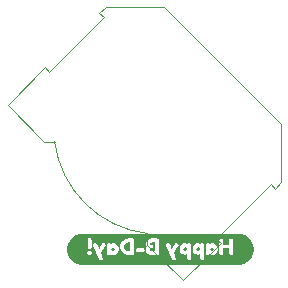
<source format=gbr>
%TF.GenerationSoftware,KiCad,Pcbnew,(6.0.9)*%
%TF.CreationDate,2022-11-12T13:39:38-06:00*%
%TF.ProjectId,ZoeBirthdayRing,5a6f6542-6972-4746-9864-617952696e67,rev?*%
%TF.SameCoordinates,Original*%
%TF.FileFunction,Legend,Bot*%
%TF.FilePolarity,Positive*%
%FSLAX46Y46*%
G04 Gerber Fmt 4.6, Leading zero omitted, Abs format (unit mm)*
G04 Created by KiCad (PCBNEW (6.0.9)) date 2022-11-12 13:39:38*
%MOMM*%
%LPD*%
G01*
G04 APERTURE LIST*
%ADD10C,0.120000*%
G04 APERTURE END LIST*
%TO.C,kibuzzard-636FCE78*%
G36*
X151395469Y-103417284D02*
G01*
X151266977Y-103398224D01*
X151140973Y-103366661D01*
X151018668Y-103322900D01*
X150901242Y-103267362D01*
X150789825Y-103200581D01*
X150685491Y-103123201D01*
X150589243Y-103035967D01*
X150502009Y-102939719D01*
X150424629Y-102835385D01*
X150357848Y-102723968D01*
X150302310Y-102606542D01*
X150258549Y-102484237D01*
X150238412Y-102403847D01*
X151922085Y-102403847D01*
X151924942Y-102471475D01*
X151943040Y-102523863D01*
X151994713Y-102565296D01*
X152088772Y-102579108D01*
X152184499Y-102569821D01*
X152241172Y-102541960D01*
X152269033Y-102487429D01*
X152278320Y-102398133D01*
X152259270Y-102286690D01*
X152201168Y-102236208D01*
X152101155Y-102225269D01*
X152079248Y-102222873D01*
X151959233Y-102259068D01*
X151922085Y-102373367D01*
X151922085Y-102403847D01*
X150238412Y-102403847D01*
X150226986Y-102358233D01*
X150207926Y-102229741D01*
X150201552Y-102100000D01*
X150207926Y-101970259D01*
X150213972Y-101929503D01*
X151931610Y-101929503D01*
X151934467Y-101988557D01*
X151952565Y-102031420D01*
X152004000Y-102064758D01*
X152101155Y-102074283D01*
X152198310Y-102064758D01*
X152248793Y-102030468D01*
X152265937Y-101986652D01*
X152268795Y-101927597D01*
X152268795Y-101704712D01*
X152383095Y-101704712D01*
X152398335Y-101769483D01*
X152413575Y-101801867D01*
X152912685Y-102918198D01*
X152938403Y-102973443D01*
X152971740Y-103009638D01*
X153028890Y-103026783D01*
X153129855Y-102998208D01*
X153214151Y-102943915D01*
X153242250Y-102880098D01*
X153230820Y-102835687D01*
X153196530Y-102748176D01*
X153139380Y-102617565D01*
X153059370Y-102443853D01*
X153080871Y-102407658D01*
X153581340Y-102407658D01*
X153584198Y-102473380D01*
X153600390Y-102523863D01*
X153646348Y-102561010D01*
X153730882Y-102573393D01*
X153869948Y-102547675D01*
X153910905Y-102472428D01*
X154004964Y-102548151D01*
X154146172Y-102573393D01*
X154253382Y-102556671D01*
X154355299Y-102506506D01*
X154451925Y-102422898D01*
X154530242Y-102317170D01*
X154577232Y-102200648D01*
X154592895Y-102073330D01*
X154577126Y-101946118D01*
X154545932Y-101869495D01*
X154688145Y-101869495D01*
X154700944Y-102009572D01*
X154739342Y-102139291D01*
X154803338Y-102258651D01*
X154892933Y-102367653D01*
X155000744Y-102458497D01*
X155119389Y-102523386D01*
X155248870Y-102562320D01*
X155389185Y-102575298D01*
X155737800Y-102575298D01*
X155832098Y-102563391D01*
X155882580Y-102527673D01*
X155905440Y-102405753D01*
X155905440Y-102161913D01*
X156029265Y-102161913D01*
X156039743Y-102248590D01*
X156073080Y-102295263D01*
X156168330Y-102312408D01*
X156621720Y-102312408D01*
X156706969Y-102296215D01*
X156749355Y-102247637D01*
X156758880Y-102160008D01*
X156754562Y-102127622D01*
X156854130Y-102127622D01*
X156870323Y-102247743D01*
X156913820Y-102354106D01*
X156984623Y-102446710D01*
X157075110Y-102518148D01*
X157177663Y-102561010D01*
X157292280Y-102575298D01*
X157793295Y-102575298D01*
X157899023Y-102557200D01*
X157949505Y-102502908D01*
X157960935Y-102403847D01*
X157960935Y-101704712D01*
X158547675Y-101704712D01*
X158562915Y-101769483D01*
X158578155Y-101801867D01*
X159077265Y-102918198D01*
X159102983Y-102973443D01*
X159136320Y-103009638D01*
X159193470Y-103026783D01*
X159294435Y-102998208D01*
X159378731Y-102943915D01*
X159406830Y-102880098D01*
X159395400Y-102835687D01*
X159361110Y-102748176D01*
X159303960Y-102617565D01*
X159223950Y-102443853D01*
X159450276Y-102062852D01*
X159717345Y-102062852D01*
X159732691Y-102187101D01*
X159778728Y-102300766D01*
X159855458Y-102403847D01*
X159949543Y-102485339D01*
X160047651Y-102534234D01*
X160149780Y-102550533D01*
X160284559Y-102528625D01*
X160376475Y-102462902D01*
X160376475Y-102847713D01*
X160379333Y-102912483D01*
X160396478Y-102961060D01*
X160445055Y-103000113D01*
X160538400Y-103011543D01*
X160632698Y-103000113D01*
X160682228Y-102962013D01*
X160699373Y-102914388D01*
X160702230Y-102849617D01*
X160702230Y-102062852D01*
X160826055Y-102062852D01*
X160841401Y-102187101D01*
X160887438Y-102300766D01*
X160964168Y-102403847D01*
X161058253Y-102485339D01*
X161156361Y-102534234D01*
X161258490Y-102550533D01*
X161393269Y-102528625D01*
X161485185Y-102462902D01*
X161485185Y-102847713D01*
X161488043Y-102912483D01*
X161505188Y-102961060D01*
X161553765Y-103000113D01*
X161647110Y-103011543D01*
X161741408Y-103000113D01*
X161790938Y-102962013D01*
X161808083Y-102914388D01*
X161810940Y-102849617D01*
X161810940Y-102407658D01*
X161963340Y-102407658D01*
X161966198Y-102473380D01*
X161982390Y-102523863D01*
X162028348Y-102561010D01*
X162112883Y-102573393D01*
X162251948Y-102547675D01*
X162292905Y-102472428D01*
X162386964Y-102548151D01*
X162528173Y-102573393D01*
X162635382Y-102556671D01*
X162737299Y-102506506D01*
X162833925Y-102422898D01*
X162845214Y-102407658D01*
X163098720Y-102407658D01*
X163101578Y-102473380D01*
X163119675Y-102523863D01*
X163170158Y-102562439D01*
X163268265Y-102575298D01*
X163373993Y-102557676D01*
X163424475Y-102504813D01*
X163435905Y-102405753D01*
X163435905Y-102019038D01*
X163940730Y-102019038D01*
X163940730Y-102407658D01*
X163943588Y-102473380D01*
X163961685Y-102523863D01*
X164012168Y-102562439D01*
X164110275Y-102575298D01*
X164216003Y-102557676D01*
X164266485Y-102504813D01*
X164277915Y-102405753D01*
X164277915Y-101348477D01*
X164275058Y-101282755D01*
X164256960Y-101232273D01*
X164206478Y-101193696D01*
X164108370Y-101180838D01*
X164002166Y-101198459D01*
X163950255Y-101251322D01*
X163940730Y-101350383D01*
X163940730Y-101739002D01*
X163435905Y-101739002D01*
X163435905Y-101348477D01*
X163433048Y-101282755D01*
X163414950Y-101232273D01*
X163363515Y-101192267D01*
X163272075Y-101180838D01*
X163184445Y-101190362D01*
X163134915Y-101213222D01*
X163108245Y-101251322D01*
X163098720Y-101350383D01*
X163098720Y-102407658D01*
X162845214Y-102407658D01*
X162912242Y-102317170D01*
X162959232Y-102200648D01*
X162974895Y-102073330D01*
X162959126Y-101946118D01*
X162911818Y-101829913D01*
X162832973Y-101724715D01*
X162735288Y-101641636D01*
X162631466Y-101591788D01*
X162521505Y-101575172D01*
X162403395Y-101598032D01*
X162329100Y-101640895D01*
X162294810Y-101679947D01*
X162251471Y-101599938D01*
X162144315Y-101573268D01*
X162033825Y-101584698D01*
X161983343Y-101624702D01*
X161966198Y-101675185D01*
X161963340Y-101740908D01*
X161963340Y-102407658D01*
X161810940Y-102407658D01*
X161810940Y-101737098D01*
X161808083Y-101672327D01*
X161791890Y-101624702D01*
X161746646Y-101586126D01*
X161664255Y-101573268D01*
X161528048Y-101598985D01*
X161487090Y-101674233D01*
X161393983Y-101599937D01*
X161259443Y-101575172D01*
X161157737Y-101591471D01*
X161059629Y-101640366D01*
X160965120Y-101721858D01*
X160887862Y-101824939D01*
X160841507Y-101938604D01*
X160826055Y-102062852D01*
X160702230Y-102062852D01*
X160702230Y-101737098D01*
X160699373Y-101672327D01*
X160683180Y-101624702D01*
X160637936Y-101586126D01*
X160555545Y-101573268D01*
X160419338Y-101598985D01*
X160378380Y-101674233D01*
X160285273Y-101599937D01*
X160150733Y-101575172D01*
X160049027Y-101591471D01*
X159950919Y-101640366D01*
X159856410Y-101721858D01*
X159779152Y-101824939D01*
X159732797Y-101938604D01*
X159717345Y-102062852D01*
X159450276Y-102062852D01*
X159603045Y-101805677D01*
X159641145Y-101712332D01*
X159615428Y-101651372D01*
X159538275Y-101590412D01*
X159437310Y-101552312D01*
X159378255Y-101567552D01*
X159344918Y-101598985D01*
X159313485Y-101651372D01*
X159240143Y-101776150D01*
X159178230Y-101881031D01*
X159118223Y-101981043D01*
X159060120Y-102076187D01*
X159029640Y-102002131D01*
X158957250Y-101840920D01*
X158885574Y-101683996D01*
X158857238Y-101622797D01*
X158835330Y-101590412D01*
X158765798Y-101558027D01*
X158660070Y-101584698D01*
X158575774Y-101639466D01*
X158547675Y-101704712D01*
X157960935Y-101704712D01*
X157960935Y-101346573D01*
X157958078Y-101279897D01*
X157939980Y-101230368D01*
X157889498Y-101191791D01*
X157791390Y-101178933D01*
X157311330Y-101178933D01*
X157200840Y-101192479D01*
X157103050Y-101233119D01*
X157017960Y-101300852D01*
X156949168Y-101388906D01*
X156907893Y-101487966D01*
X156894135Y-101598032D01*
X156912233Y-101718524D01*
X156966525Y-101828537D01*
X156904083Y-101921036D01*
X156866618Y-102020731D01*
X156854130Y-102127622D01*
X156754562Y-102127622D01*
X156747450Y-102074283D01*
X156711255Y-102028563D01*
X156619815Y-102011418D01*
X156166425Y-102011418D01*
X156081652Y-102027134D01*
X156040695Y-102074283D01*
X156029265Y-102161913D01*
X155905440Y-102161913D01*
X155905440Y-101346573D01*
X155902583Y-101279897D01*
X155884485Y-101230368D01*
X155834003Y-101191791D01*
X155735895Y-101178933D01*
X155383470Y-101180838D01*
X155249525Y-101193280D01*
X155123914Y-101230606D01*
X155006637Y-101292816D01*
X154897695Y-101379910D01*
X154806017Y-101485161D01*
X154740532Y-101601842D01*
X154701242Y-101729954D01*
X154688145Y-101869495D01*
X154545932Y-101869495D01*
X154529818Y-101829913D01*
X154450973Y-101724715D01*
X154353288Y-101641636D01*
X154249466Y-101591788D01*
X154139505Y-101575172D01*
X154021395Y-101598032D01*
X153947100Y-101640895D01*
X153912810Y-101679947D01*
X153869471Y-101599938D01*
X153762315Y-101573268D01*
X153651825Y-101584698D01*
X153601342Y-101624702D01*
X153584198Y-101675185D01*
X153581340Y-101740908D01*
X153581340Y-102407658D01*
X153080871Y-102407658D01*
X153438465Y-101805677D01*
X153476565Y-101712332D01*
X153450847Y-101651372D01*
X153373695Y-101590412D01*
X153272730Y-101552312D01*
X153213675Y-101567552D01*
X153180337Y-101598985D01*
X153148905Y-101651372D01*
X153075563Y-101776150D01*
X153013650Y-101881031D01*
X152953642Y-101981043D01*
X152895540Y-102076187D01*
X152865060Y-102002131D01*
X152792670Y-101840920D01*
X152720994Y-101683996D01*
X152692658Y-101622797D01*
X152670750Y-101590412D01*
X152601217Y-101558027D01*
X152495490Y-101584698D01*
X152411194Y-101639466D01*
X152383095Y-101704712D01*
X152268795Y-101704712D01*
X152268795Y-101323713D01*
X152265937Y-101263705D01*
X152247840Y-101218937D01*
X152196405Y-101183695D01*
X152099250Y-101173218D01*
X152002095Y-101183695D01*
X151951613Y-101219890D01*
X151934467Y-101265610D01*
X151931610Y-101325617D01*
X151931610Y-101929503D01*
X150213972Y-101929503D01*
X150226986Y-101841767D01*
X150258549Y-101715763D01*
X150302310Y-101593458D01*
X150357848Y-101476032D01*
X150424629Y-101364615D01*
X150502009Y-101260281D01*
X150589243Y-101164033D01*
X150685491Y-101076799D01*
X150789825Y-100999419D01*
X150901242Y-100932638D01*
X151018668Y-100877100D01*
X151140973Y-100833339D01*
X151266977Y-100801776D01*
X151395469Y-100782716D01*
X151525210Y-100776342D01*
X164674790Y-100776342D01*
X164804531Y-100782716D01*
X164933023Y-100801776D01*
X165059027Y-100833339D01*
X165181332Y-100877100D01*
X165298758Y-100932638D01*
X165410175Y-100999419D01*
X165514509Y-101076799D01*
X165610757Y-101164033D01*
X165697991Y-101260281D01*
X165775371Y-101364615D01*
X165842152Y-101476032D01*
X165897690Y-101593458D01*
X165941451Y-101715763D01*
X165973014Y-101841767D01*
X165992074Y-101970259D01*
X165998448Y-102100000D01*
X165992074Y-102229741D01*
X165973014Y-102358233D01*
X165941451Y-102484237D01*
X165897690Y-102606542D01*
X165842152Y-102723968D01*
X165775371Y-102835385D01*
X165697991Y-102939719D01*
X165610757Y-103035967D01*
X165514509Y-103123201D01*
X165410175Y-103200581D01*
X165298758Y-103267362D01*
X165181332Y-103322900D01*
X165059027Y-103366661D01*
X164933023Y-103398224D01*
X164804531Y-103417284D01*
X164674790Y-103423658D01*
X151525210Y-103423658D01*
X151395469Y-103417284D01*
G37*
G36*
X155568255Y-102238113D02*
G01*
X155383470Y-102238113D01*
X155252978Y-102212633D01*
X155135820Y-102136195D01*
X155052953Y-102021181D01*
X155025330Y-101879972D01*
X155052238Y-101738288D01*
X155132963Y-101621845D01*
X155249882Y-101543978D01*
X155385375Y-101518023D01*
X155568255Y-101518023D01*
X155568255Y-102238113D01*
G37*
G36*
X157623750Y-102238113D02*
G01*
X157311330Y-102238113D01*
X157221319Y-102205728D01*
X157191315Y-102108573D01*
X157201793Y-102036183D01*
X157237035Y-101998083D01*
X157343715Y-101982843D01*
X157446585Y-101956173D01*
X157480875Y-101846635D01*
X157445633Y-101737098D01*
X157328475Y-101710427D01*
X157237035Y-101670423D01*
X157231320Y-101601842D01*
X157262753Y-101535167D01*
X157357050Y-101516117D01*
X157623750Y-101516117D01*
X157623750Y-102238113D01*
G37*
G36*
X154212848Y-101959983D02*
G01*
X154259520Y-102076187D01*
X154209990Y-102189535D01*
X154089975Y-102240017D01*
X153972817Y-102188582D01*
X153926145Y-102075235D01*
X153970912Y-101959983D01*
X154090928Y-101906642D01*
X154212848Y-101959983D01*
G37*
G36*
X162594848Y-101959983D02*
G01*
X162641520Y-102076187D01*
X162591990Y-102189535D01*
X162471975Y-102240017D01*
X162354818Y-102188582D01*
X162308145Y-102075235D01*
X162352913Y-101959983D01*
X162472928Y-101906642D01*
X162594848Y-101959983D01*
G37*
G36*
X160325040Y-101952363D02*
G01*
X160368855Y-102064758D01*
X160324088Y-102176200D01*
X160209788Y-102226683D01*
X160091678Y-102177153D01*
X160043100Y-102064758D01*
X160088820Y-101951410D01*
X160207883Y-101900928D01*
X160325040Y-101952363D01*
G37*
G36*
X161433750Y-101952363D02*
G01*
X161477565Y-102064758D01*
X161432798Y-102176200D01*
X161318498Y-102226683D01*
X161200388Y-102177153D01*
X161151810Y-102064758D01*
X161197530Y-101951410D01*
X161316593Y-101900928D01*
X161433750Y-101952363D01*
G37*
D10*
%TO.C,BT1*%
X168319965Y-96429278D02*
X167789635Y-96959608D01*
X160011461Y-104737783D02*
X157006257Y-101732579D01*
X157006257Y-101732579D02*
X157015244Y-100772301D01*
X162839888Y-101202249D02*
X163193441Y-101555802D01*
X168319965Y-91479531D02*
X158420470Y-81580036D01*
X168319965Y-96429278D02*
X168319965Y-91479531D01*
X153470723Y-81580036D02*
X152940393Y-82110366D01*
X148344199Y-86706560D02*
X145162218Y-89888540D01*
X167436082Y-96606055D02*
X162839888Y-101202249D01*
X163193441Y-101555802D02*
X160011461Y-104737783D01*
X148255810Y-92982133D02*
X145162218Y-89888540D01*
X167789635Y-96959608D02*
X167436082Y-96606055D01*
X153470723Y-81580036D02*
X158420470Y-81580036D01*
X153293946Y-82463919D02*
X148697752Y-87060113D01*
X152940393Y-82110366D02*
X153293946Y-82463919D01*
X148697752Y-87060113D02*
X148344199Y-86706560D01*
X148255810Y-92982133D02*
X149139694Y-92982133D01*
X149139694Y-92982133D02*
G75*
G03*
X157015244Y-100772301I8927223J1149049D01*
G01*
%TD*%
M02*

</source>
